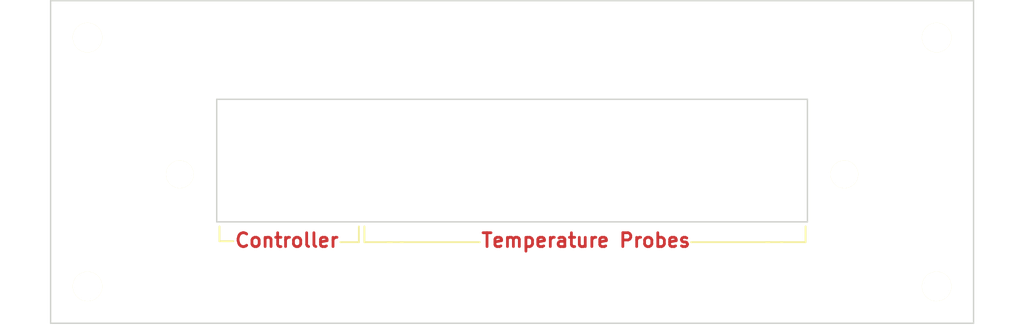
<source format=kicad_pcb>
(kicad_pcb (version 4) (host pcbnew 4.0.4+e1-6308~48~ubuntu16.04.1-stable)

  (general
    (links 0)
    (no_connects 0)
    (area 94.924999 79.924999 195.075001 115.075001)
    (thickness 1.6)
    (drawings 25)
    (tracks 0)
    (zones 0)
    (modules 6)
    (nets 1)
  )

  (page A4)
  (layers
    (0 F.Cu signal)
    (31 B.Cu signal)
    (32 B.Adhes user)
    (33 F.Adhes user)
    (34 B.Paste user)
    (35 F.Paste user)
    (36 B.SilkS user)
    (37 F.SilkS user)
    (38 B.Mask user)
    (39 F.Mask user)
    (40 Dwgs.User user)
    (41 Cmts.User user)
    (42 Eco1.User user)
    (43 Eco2.User user)
    (44 Edge.Cuts user)
    (45 Margin user)
    (46 B.CrtYd user)
    (47 F.CrtYd user)
    (48 B.Fab user)
    (49 F.Fab user)
  )

  (setup
    (last_trace_width 0.25)
    (trace_clearance 0.2)
    (zone_clearance 0.508)
    (zone_45_only no)
    (trace_min 0.2)
    (segment_width 0.2)
    (edge_width 0.15)
    (via_size 0.6)
    (via_drill 0.4)
    (via_min_size 0.4)
    (via_min_drill 0.3)
    (uvia_size 0.3)
    (uvia_drill 0.1)
    (uvias_allowed no)
    (uvia_min_size 0.2)
    (uvia_min_drill 0.1)
    (pcb_text_width 0.3)
    (pcb_text_size 1.5 1.5)
    (mod_edge_width 0.15)
    (mod_text_size 1 1)
    (mod_text_width 0.15)
    (pad_size 3 3)
    (pad_drill 3)
    (pad_to_mask_clearance 0.2)
    (aux_axis_origin 0 0)
    (visible_elements FFFFFF7F)
    (pcbplotparams
      (layerselection 0x00030_80000001)
      (usegerberextensions false)
      (excludeedgelayer true)
      (linewidth 0.100000)
      (plotframeref false)
      (viasonmask false)
      (mode 1)
      (useauxorigin false)
      (hpglpennumber 1)
      (hpglpenspeed 20)
      (hpglpendiameter 15)
      (hpglpenoverlay 2)
      (psnegative false)
      (psa4output false)
      (plotreference true)
      (plotvalue true)
      (plotinvisibletext false)
      (padsonsilk false)
      (subtractmaskfromsilk false)
      (outputformat 1)
      (mirror false)
      (drillshape 1)
      (scaleselection 1)
      (outputdirectory ""))
  )

  (net 0 "")

  (net_class Default "This is the default net class."
    (clearance 0.2)
    (trace_width 0.25)
    (via_dia 0.6)
    (via_drill 0.4)
    (uvia_dia 0.3)
    (uvia_drill 0.1)
  )

  (module Mounting_Holes:MountingHole_3mm (layer F.Cu) (tedit 57E11771) (tstamp 57E11624)
    (at 109 98.84)
    (descr "Mounting Hole 3mm, no annular")
    (tags "mounting hole 3mm no annular")
    (fp_text reference REF** (at 0 -4) (layer F.SilkS) hide
      (effects (font (size 1 1) (thickness 0.15)))
    )
    (fp_text value MountingHole_3mm (at 0 4) (layer F.Fab)
      (effects (font (size 1 1) (thickness 0.15)))
    )
    (fp_circle (center 0 0) (end 3 0) (layer Cmts.User) (width 0.15))
    (fp_circle (center 0 0) (end 3.25 0) (layer F.CrtYd) (width 0.05))
    (pad 1 np_thru_hole circle (at 0 0) (size 3 3) (drill 3) (layers *.Cu *.Mask F.SilkS))
  )

  (module Mounting_Holes:MountingHole_3mm (layer F.Cu) (tedit 57E11785) (tstamp 57E11647)
    (at 181 98.84)
    (descr "Mounting Hole 3mm, no annular")
    (tags "mounting hole 3mm no annular")
    (fp_text reference REF** (at 0 -4) (layer F.SilkS) hide
      (effects (font (size 1 1) (thickness 0.15)))
    )
    (fp_text value MountingHole_3mm (at 0 4) (layer F.Fab)
      (effects (font (size 1 1) (thickness 0.15)))
    )
    (fp_circle (center 0 0) (end 3 0) (layer Cmts.User) (width 0.15))
    (fp_circle (center 0 0) (end 3.25 0) (layer F.CrtYd) (width 0.05))
    (pad 1 np_thru_hole circle (at 0 0) (size 3 3) (drill 3) (layers *.Cu *.Mask F.SilkS))
  )

  (module Mounting_Holes:MountingHole_3.2mm_M3 (layer F.Cu) (tedit 57E119F6) (tstamp 57E1190A)
    (at 191 84)
    (descr "Mounting Hole 3.2mm, no annular, M3")
    (tags "mounting hole 3.2mm no annular m3")
    (fp_text reference REF** (at 0 -4.2) (layer F.SilkS) hide
      (effects (font (size 1 1) (thickness 0.15)))
    )
    (fp_text value MountingHole_3.2mm_M3 (at 0 4.2) (layer F.Fab)
      (effects (font (size 1 1) (thickness 0.15)))
    )
    (fp_circle (center 0 0) (end 3.2 0) (layer Cmts.User) (width 0.15))
    (fp_circle (center 0 0) (end 3.45 0) (layer F.CrtYd) (width 0.05))
    (pad 1 np_thru_hole circle (at 0 0) (size 3.2 3.2) (drill 3.2) (layers *.Cu *.Mask F.SilkS))
  )

  (module Mounting_Holes:MountingHole_3.2mm_M3 (layer F.Cu) (tedit 57E119EF) (tstamp 57E11934)
    (at 191 111)
    (descr "Mounting Hole 3.2mm, no annular, M3")
    (tags "mounting hole 3.2mm no annular m3")
    (fp_text reference REF** (at 0 -4.2) (layer F.SilkS) hide
      (effects (font (size 1 1) (thickness 0.15)))
    )
    (fp_text value MountingHole_3.2mm_M3 (at 0 4.2) (layer F.Fab)
      (effects (font (size 1 1) (thickness 0.15)))
    )
    (fp_circle (center 0 0) (end 3.2 0) (layer Cmts.User) (width 0.15))
    (fp_circle (center 0 0) (end 3.45 0) (layer F.CrtYd) (width 0.05))
    (pad 1 np_thru_hole circle (at 0 0) (size 3.2 3.2) (drill 3.2) (layers *.Cu *.Mask F.SilkS))
  )

  (module Mounting_Holes:MountingHole_3.2mm_M3 (layer F.Cu) (tedit 57E119E8) (tstamp 57E1194D)
    (at 99 111)
    (descr "Mounting Hole 3.2mm, no annular, M3")
    (tags "mounting hole 3.2mm no annular m3")
    (fp_text reference REF** (at 0 -4.2) (layer F.SilkS) hide
      (effects (font (size 1 1) (thickness 0.15)))
    )
    (fp_text value MountingHole_3.2mm_M3 (at 0 4.2) (layer F.Fab)
      (effects (font (size 1 1) (thickness 0.15)))
    )
    (fp_circle (center 0 0) (end 3.2 0) (layer Cmts.User) (width 0.15))
    (fp_circle (center 0 0) (end 3.45 0) (layer F.CrtYd) (width 0.05))
    (pad 1 np_thru_hole circle (at 0 0) (size 3.2 3.2) (drill 3.2) (layers *.Cu *.Mask F.SilkS))
  )

  (module Mounting_Holes:MountingHole_3.2mm_M3 (layer F.Cu) (tedit 57E119E1) (tstamp 57E119CA)
    (at 99 84)
    (descr "Mounting Hole 3.2mm, no annular, M3")
    (tags "mounting hole 3.2mm no annular m3")
    (fp_text reference REF** (at 0 -4.2) (layer F.SilkS) hide
      (effects (font (size 1 1) (thickness 0.15)))
    )
    (fp_text value MountingHole_3.2mm_M3 (at 0 4.2) (layer F.Fab)
      (effects (font (size 1 1) (thickness 0.15)))
    )
    (fp_circle (center 0 0) (end 3.2 0) (layer Cmts.User) (width 0.15))
    (fp_circle (center 0 0) (end 3.45 0) (layer F.CrtYd) (width 0.05))
    (pad 1 np_thru_hole circle (at 0 0) (size 3.2 3.2) (drill 3.2) (layers *.Cu *.Mask F.SilkS))
  )

  (gr_text "CUT OUT" (at 144.1 97.5) (layer Cmts.User)
    (effects (font (size 3 3) (thickness 0.3)))
  )
  (gr_line (start 114.8 106.1) (end 113.3 106.1) (angle 90) (layer F.SilkS) (width 0.2))
  (gr_line (start 113.3 104.5) (end 113.3 106.1) (angle 90) (layer F.SilkS) (width 0.2))
  (gr_line (start 176.8 106.2) (end 174.1 106.2) (angle 90) (layer F.SilkS) (width 0.2))
  (gr_line (start 176.8 104.5) (end 176.8 106.2) (angle 90) (layer F.SilkS) (width 0.2))
  (gr_text "Temperature Probes" (at 153 106) (layer F.Cu)
    (effects (font (size 1.5 1.5) (thickness 0.3)))
  )
  (gr_text Controller (at 120.6 106) (layer F.Cu)
    (effects (font (size 1.5 1.5) (thickness 0.3)))
  )
  (gr_line (start 129 106.2) (end 132 106.2) (angle 90) (layer F.SilkS) (width 0.2))
  (gr_line (start 129 104.5) (end 129 106.2) (angle 90) (layer F.SilkS) (width 0.2))
  (gr_line (start 128.4 106.2) (end 126.4 106.2) (angle 90) (layer F.SilkS) (width 0.2))
  (gr_line (start 128.4 104.5) (end 128.4 106.2) (angle 90) (layer F.SilkS) (width 0.2))
  (gr_line (start 172.5 106.2) (end 174.3 106.2) (angle 90) (layer F.SilkS) (width 0.2))
  (gr_line (start 133.2 106.2) (end 131.5 106.2) (angle 90) (layer F.SilkS) (width 0.2))
  (gr_line (start 141.5 106.2) (end 132.9 106.2) (angle 90) (layer F.SilkS) (width 0.2))
  (gr_line (start 164.4 106.2) (end 172.9 106.2) (angle 90) (layer F.SilkS) (width 0.2))
  (gr_text "Temperature Probes" (at 153 106) (layer F.Mask)
    (effects (font (size 1.5 1.5) (thickness 0.3)))
  )
  (gr_text Controller (at 120.6 106) (layer F.Mask)
    (effects (font (size 1.5 1.5) (thickness 0.3)))
  )
  (gr_line (start 113 104) (end 113 90.7) (angle 90) (layer Edge.Cuts) (width 0.15))
  (gr_line (start 177 104) (end 113 104) (angle 90) (layer Edge.Cuts) (width 0.15))
  (gr_line (start 177 90.7) (end 177 104) (angle 90) (layer Edge.Cuts) (width 0.15))
  (gr_line (start 113 90.7) (end 177 90.7) (angle 90) (layer Edge.Cuts) (width 0.15))
  (gr_line (start 95 115) (end 95 80) (angle 90) (layer Edge.Cuts) (width 0.15))
  (gr_line (start 195 115) (end 95 115) (angle 90) (layer Edge.Cuts) (width 0.15))
  (gr_line (start 195 80) (end 195 115) (angle 90) (layer Edge.Cuts) (width 0.15))
  (gr_line (start 95 80) (end 195 80) (angle 90) (layer Edge.Cuts) (width 0.15))

)

</source>
